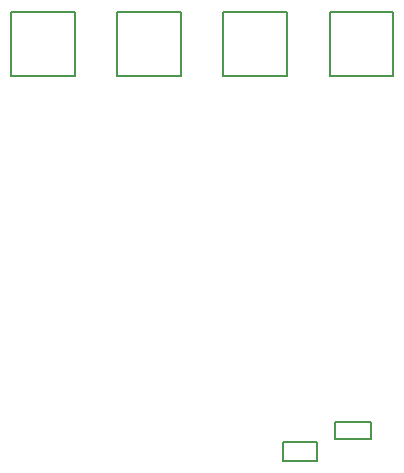
<source format=gbr>
%TF.GenerationSoftware,Altium Limited,Altium Designer,21.1.1 (26)*%
G04 Layer_Color=8388736*
%FSLAX45Y45*%
%MOMM*%
%TF.SameCoordinates,E9E44C67-710E-4D47-B277-6F884E921ACF*%
%TF.FilePolarity,Positive*%
%TF.FileFunction,Other,Top_3D_Body*%
%TF.Part,Single*%
G01*
G75*
%TA.AperFunction,NonConductor*%
%ADD87C,0.20000*%
D87*
X7380000Y695000D02*
Y855000D01*
X7670000D01*
Y695000D02*
Y855000D01*
X7380000Y695000D02*
X7670000D01*
X5079500Y3950100D02*
X5619500D01*
Y4490100D01*
X5079500D02*
X5619500D01*
X5079500Y3950100D02*
Y4490100D01*
X7823000Y880000D02*
X8127000D01*
Y1020000D01*
X7823000D02*
X8127000D01*
X7823000Y880000D02*
Y1020000D01*
X5979500Y3950100D02*
X6519500D01*
Y4490100D01*
X5979500D02*
X6519500D01*
X5979500Y3950100D02*
Y4490100D01*
X6879500Y3950100D02*
X7419500D01*
Y4490100D01*
X6879500D02*
X7419500D01*
X6879500Y3950100D02*
Y4490100D01*
X7779500Y3950100D02*
X8319500D01*
Y4490100D01*
X7779500D02*
X8319500D01*
X7779500Y3950100D02*
Y4490100D01*
%TF.MD5,2239be86e7d3db6f7e28c8f7dbd62bbb*%
M02*

</source>
